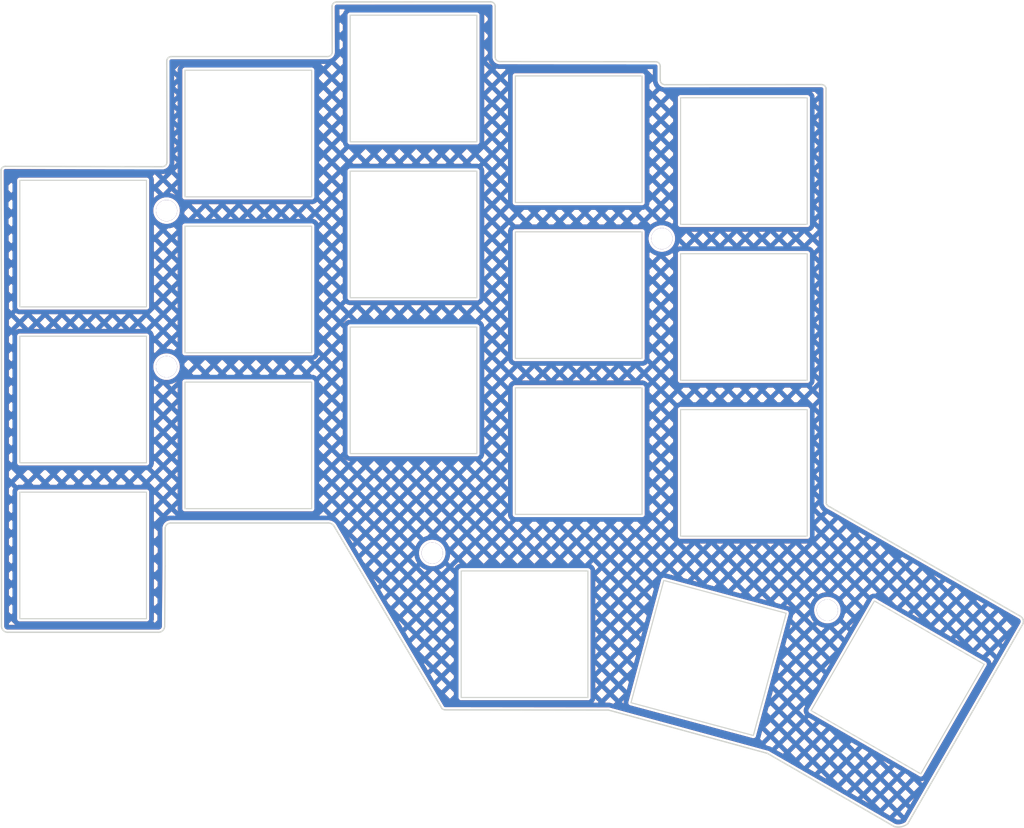
<source format=kicad_pcb>
(kicad_pcb (version 20221018) (generator pcbnew)
  (title_block (title "Chocofi") (date "2023-04-17") (rev "0.2") (company "pashutk & krikun98"))
  (layers (0 "F.Cu" signal) (31 "B.Cu" signal) (34 "B.Paste" user) (35 "F.Paste" user) (36 "B.SilkS" user "B.Silkscreen") (37 "F.SilkS" user "F.Silkscreen") (38 "B.Mask" user) (39 "F.Mask" user) (44 "Edge.Cuts" user))
  (net 0 "")
  (footprint "kbd:SW_Hole_choc" (layer "F.Cu") (at 85.91 70.4)
    (fp_text reference "SW2" hide)
    (fp_text value "SW_PUSH" hide)
    (fp_rect (start -6.9 -6.9) (end 6.9 6.9) (stroke (width 0.12)) (fill none) (layer "Edge.Cuts"))
  )
  (footprint "kbd:SW_Hole_choc" (layer "F.Cu") (at 103.91 58.4)
    (fp_text reference "SW3" hide)
    (fp_text value "SW_PUSH" hide)
    (fp_rect (start -6.9 -6.9) (end 6.9 6.9) (stroke (width 0.12)) (fill none) (layer "Edge.Cuts"))
  )
  (footprint "kbd:SW_Hole_choc" (layer "F.Cu") (at 121.91 52.4)
    (fp_text reference "SW4" hide)
    (fp_text value "SW_PUSH" hide)
    (fp_rect (start -6.9 -6.9) (end 6.9 6.9) (stroke (width 0.12)) (fill none) (layer "Edge.Cuts"))
  )
  (footprint "kbd:SW_Hole_choc" (layer "F.Cu") (at 139.91 59.02)
    (fp_text reference "SW5" hide)
    (fp_text value "SW_PUSH" hide)
    (fp_rect (start -6.9 -6.9) (end 6.9 6.9) (stroke (width 0.12)) (fill none) (layer "Edge.Cuts"))
  )
  (footprint "kbd:SW_Hole_choc" (layer "F.Cu") (at 157.91 61.4)
    (fp_text reference "SW6" hide)
    (fp_text value "SW_PUSH" hide)
    (fp_rect (start -6.9 -6.9) (end 6.9 6.9) (stroke (width 0.12)) (fill none) (layer "Edge.Cuts"))
  )
  (footprint "kbd:SW_Hole_choc" (layer "F.Cu") (at 85.91 87.4)
    (fp_text reference "SW8" hide)
    (fp_text value "SW_PUSH" hide)
    (fp_rect (start -6.9 -6.9) (end 6.9 6.9) (stroke (width 0.12)) (fill none) (layer "Edge.Cuts"))
  )
  (footprint "kbd:SW_Hole_choc" (layer "F.Cu") (at 103.91 75.4)
    (fp_text reference "SW9" hide)
    (fp_text value "SW_PUSH" hide)
    (fp_rect (start -6.9 -6.9) (end 6.9 6.9) (stroke (width 0.12)) (fill none) (layer "Edge.Cuts"))
  )
  (footprint "kbd:SW_Hole_choc" (layer "F.Cu") (at 121.91 69.4)
    (fp_text reference "SW10" hide)
    (fp_text value "SW_PUSH" hide)
    (fp_rect (start -6.9 -6.9) (end 6.9 6.9) (stroke (width 0.12)) (fill none) (layer "Edge.Cuts"))
  )
  (footprint "kbd:SW_Hole_choc" (layer "F.Cu") (at 139.91 76.02)
    (fp_text reference "SW11" hide)
    (fp_text value "SW_PUSH" hide)
    (fp_rect (start -6.9 -6.9) (end 6.9 6.9) (stroke (width 0.12)) (fill none) (layer "Edge.Cuts"))
  )
  (footprint "kbd:SW_Hole_choc" (layer "F.Cu") (at 157.91 78.4)
    (fp_text reference "SW12" hide)
    (fp_text value "SW_PUSH" hide)
    (fp_rect (start -6.9 -6.9) (end 6.9 6.9) (stroke (width 0.12)) (fill none) (layer "Edge.Cuts"))
  )
  (footprint "kbd:SW_Hole_choc" (layer "F.Cu") (at 85.91 104.4)
    (fp_text reference "SW14" hide)
    (fp_text value "SW_PUSH" hide)
    (fp_rect (start -6.9 -6.9) (end 6.9 6.9) (stroke (width 0.12)) (fill none) (layer "Edge.Cuts"))
  )
  (footprint "kbd:SW_Hole_choc" (layer "F.Cu") (at 103.91 92.4)
    (fp_text reference "SW15" hide)
    (fp_text value "SW_PUSH" hide)
    (fp_rect (start -6.9 -6.9) (end 6.9 6.9) (stroke (width 0.12)) (fill none) (layer "Edge.Cuts"))
  )
  (footprint "kbd:SW_Hole_choc" (layer "F.Cu") (at 121.91 86.4)
    (fp_text reference "SW16" hide)
    (fp_text value "SW_PUSH" hide)
    (fp_rect (start -6.9 -6.9) (end 6.9 6.9) (stroke (width 0.12)) (fill none) (layer "Edge.Cuts"))
  )
  (footprint "kbd:SW_Hole_choc" (layer "F.Cu") (at 139.91 93.025)
    (fp_text reference "SW17" hide)
    (fp_text value "SW_PUSH" hide)
    (fp_rect (start -6.9 -6.9) (end 6.9 6.9) (stroke (width 0.12)) (fill none) (layer "Edge.Cuts"))
  )
  (footprint "kbd:SW_Hole_choc" (layer "F.Cu") (at 157.91 95.4)
    (fp_text reference "SW18" hide)
    (fp_text value "SW_PUSH" hide)
    (fp_rect (start -6.9 -6.9) (end 6.9 6.9) (stroke (width 0.12)) (fill none) (layer "Edge.Cuts"))
  )
  (footprint "kbd:SW_Hole_choc" (layer "F.Cu") (at 134.01 112.99 180)
    (fp_text reference "SW19" hide)
    (fp_text value "SW_PUSH" hide)
    (fp_rect (start -6.9 -6.9) (end 6.9 6.9) (stroke (width 0.12)) (fill none) (layer "Edge.Cuts"))
  )
  (footprint "kbd:SW_Hole_choc" (layer "F.Cu") (at 154.06 115.58 165)
    (fp_text reference "SW20" hide)
    (fp_text value "SW_PUSH" hide)
    (fp_rect (start -6.9 -6.9) (end 6.9 6.9) (stroke (width 0.12)) (fill none) (layer "Edge.Cuts"))
  )
  (footprint "kbd:SW_Hole_choc" (layer "F.Cu") (at 174.66 118.79 -120)
    (fp_text reference "SW21" hide)
    (fp_text value "SW_PUSH" hide)
    (fp_rect (start -6.9 -6.9) (end 6.9 6.9) (stroke (width 0.12)) (fill none) (layer "Edge.Cuts"))
  )
  (footprint "kbd:M2_Threads_v2" (layer "F.Cu") (at 95 66.802)
    (fp_text reference "h6" hide)
    (fp_text value "h6" hide)
    (pad "" thru_hole circle (at 0 0) (size 2.3 2.3) (drill 2.3) (layers "*.Cu" "*.Mask"))
  )
  (footprint "kbd:M2_Threads_v2" (layer "F.Cu") (at 148.971 69.85)
    (fp_text reference "h7" hide)
    (fp_text value "h7" hide)
    (pad "" thru_hole circle (at 0 0) (size 2.3 2.3) (drill 2.3) (layers "*.Cu" "*.Mask"))
  )
  (footprint "kbd:M2_Threads_v2" (layer "F.Cu") (at 123.952 104.14)
    (fp_text reference "h4" hide)
    (fp_text value "h4" hide)
    (pad "" thru_hole circle (at 0 0) (size 2.3 2.3) (drill 2.3) (layers "*.Cu" "*.Mask"))
  )
  (footprint "kbd:M2_Threads_v2" (layer "F.Cu") (at 167.005 110.363)
    (fp_text reference "h3" hide)
    (fp_text value "h3" hide)
    (pad "" thru_hole circle (at 0 0) (size 2.3 2.3) (drill 2.3) (layers "*.Cu" "*.Mask"))
  )
  (footprint "kbd:M2_Threads_v2" (layer "F.Cu") (at 95 83.82)
    (fp_text reference "h5" hide)
    (fp_text value "h5" hide)
    (pad "" thru_hole circle (at 0 0) (size 2.3 2.3) (drill 2.3) (layers "*.Cu" "*.Mask"))
  )
  (gr_line (start 94.540847 62.014447) (end 77.4192 61.976) (stroke (width 0.15)) (layer "Edge.Cuts"))
  (gr_line (start 175.768 133.6548) (end 188.304 111.884) (stroke (width 0.15)) (layer "Edge.Cuts"))
  (gr_line (start 160.4772 125.984) (end 174.288668 133.9596) (stroke (width 0.15)) (layer "Edge.Cuts"))
  (gr_line (start 125.3744 121.240811) (end 143.1544 121.2596) (stroke (width 0.15)) (layer "Edge.Cuts"))
  (gr_arc (start 166.360498 53.055) (mid 166.678903 53.165683) (end 166.86 53.45) (stroke (width 0.15)) (layer "Edge.Cuts"))
  (gr_line (start 166.360498 53.055) (end 149.2932 53.06902) (stroke (width 0.15)) (layer "Edge.Cuts"))
  (gr_arc (start 95.040847 61.514447) (mid 94.8944 61.868) (end 94.540847 62.014447) (stroke (width 0.15)) (layer "Edge.Cuts"))
  (gr_arc (start 95.01712 50.50682) (mid 95.163567 50.153267) (end 95.51712 50.00682) (stroke (width 0.15)) (layer "Edge.Cuts"))
  (gr_line (start 130.31 44.0362) (end 113.53 44.049553) (stroke (width 0.15)) (layer "Edge.Cuts"))
  (gr_line (start 130.81 50.0534) (end 130.81 44.5362) (stroke (width 0.15)) (layer "Edge.Cuts"))
  (gr_line (start 148.2932 50.56902) (end 131.31 50.5534) (stroke (width 0.15)) (layer "Edge.Cuts"))
  (gr_line (start 148.7932 52.56902) (end 148.7932 51.06902) (stroke (width 0.15)) (layer "Edge.Cuts"))
  (gr_line (start 95.01712 50.50682) (end 95.040847 61.514447) (stroke (width 0.15)) (layer "Edge.Cuts"))
  (gr_line (start 112.54712 50.00682) (end 95.51712 50.00682) (stroke (width 0.15)) (layer "Edge.Cuts"))
  (gr_line (start 113.03 44.549553) (end 113.04712 49.50682) (stroke (width 0.15)) (layer "Edge.Cuts"))
  (gr_arc (start 113.04712 49.50682) (mid 112.900673 49.860373) (end 112.54712 50.00682) (stroke (width 0.15)) (layer "Edge.Cuts"))
  (gr_arc (start 113.03 44.549553) (mid 113.176447 44.196) (end 113.53 44.049553) (stroke (width 0.15)) (layer "Edge.Cuts"))
  (gr_arc (start 130.31 44.0362) (mid 130.663553 44.182647) (end 130.81 44.5362) (stroke (width 0.15)) (layer "Edge.Cuts"))
  (gr_arc (start 131.31 50.5534) (mid 130.956447 50.406953) (end 130.81 50.0534) (stroke (width 0.15)) (layer "Edge.Cuts"))
  (gr_arc (start 148.2932 50.56902) (mid 148.646753 50.715467) (end 148.7932 51.06902) (stroke (width 0.15)) (layer "Edge.Cuts"))
  (gr_arc (start 149.2932 53.06902) (mid 148.939647 52.922573) (end 148.7932 52.56902) (stroke (width 0.15)) (layer "Edge.Cuts"))
  (gr_line (start 95.4532 100.862652) (end 112.6236 100.862652) (stroke (width 0.15)) (layer "Edge.Cuts"))
  (gr_line (start 94.8436 105.5624) (end 94.8436 101.472252) (stroke (width 0.15)) (layer "Edge.Cuts"))
  (gr_arc (start 112.6236 100.862652) (mid 113.02279 100.980057) (end 113.294857 101.294883) (stroke (width 0.15)) (layer "Edge.Cuts"))
  (gr_arc (start 125.3744 121.240811) (mid 125.184464 121.206306) (end 125.0188 121.1072) (stroke (width 0.15)) (layer "Edge.Cuts"))
  (gr_arc (start 175.768 133.6548) (mid 175.064863 133.984494) (end 174.288668 133.959599) (stroke (width 0.15)) (layer "Edge.Cuts"))
  (gr_line (start 77.0128 93.7768) (end 77.0128 110.744) (stroke (width 0.15)) (layer "Edge.Cuts"))
  (gr_line (start 76.962 62.4332) (end 77.0128 76.708) (stroke (width 0.15)) (layer "Edge.Cuts"))
  (gr_line (start 166.86 53.45) (end 166.89 98.74) (stroke (width 0.15)) (layer "Edge.Cuts"))
  (gr_line (start 94.7928 112.1156) (end 94.8436 105.5624) (stroke (width 0.15)) (layer "Edge.Cuts"))
  (gr_arc (start 94.8436 101.472252) (mid 95.022148 101.0412) (end 95.4532 100.862652) (stroke (width 0.15)) (layer "Edge.Cuts"))
  (gr_arc (start 167.28 99.11) (mid 167.045968 98.966142) (end 166.889999 98.74) (stroke (width 0.15)) (layer "Edge.Cuts"))
  (gr_arc (start 94.7928 112.1156) (mid 94.599373 112.582573) (end 94.1324 112.776) (stroke (width 0.15)) (layer "Edge.Cuts"))
  (gr_line (start 77.0128 112.1156) (end 77.0128 110.744) (stroke (width 0.15)) (layer "Edge.Cuts"))
  (gr_line (start 188.021631 111.020019) (end 167.28 99.11) (stroke (width 0.15)) (layer "Edge.Cuts"))
  (gr_line (start 77.0128 76.708) (end 77.0128 93.7768) (stroke (width 0.15)) (layer "Edge.Cuts"))
  (gr_arc (start 188.021632 111.020019) (mid 188.335826 111.395466) (end 188.304 111.884) (stroke (width 0.15)) (layer "Edge.Cuts"))
  (gr_line (start 113.294857 101.294883) (end 125.0188 121.1072) (stroke (width 0.15)) (layer "Edge.Cuts"))
  (gr_arc (start 76.962 62.4332) (mid 77.095911 62.109911) (end 77.4192 61.976) (stroke (width 0.15)) (layer "Edge.Cuts"))
  (gr_line (start 77.6732 112.776) (end 94.1324 112.776) (stroke (width 0.15)) (layer "Edge.Cuts"))
  (gr_line (start 143.1544 121.2596) (end 160.4772 125.984) (stroke (width 0.15)) (layer "Edge.Cuts"))
  (gr_arc (start 77.6732 112.776) (mid 77.206227 112.582573) (end 77.0128 112.1156) (stroke (width 0.15)) (layer "Edge.Cuts"))
  (zone (net 0) (net_name "") (layers "F&B.Cu") (connect_pads (clearance 0)) (min_thickness 0.25) (fill yes (mode hatch) (thermal_gap 0.5) (thermal_bridge_width 0.5) (island_removal_mode 1) (island_area_min 10) (hatch_thickness 0.5) (hatch_gap 0.8) (hatch_orientation 45) (hatch_border_algorithm hatch_thickness) (hatch_min_hole_area 0.3))
    (polygon (pts (xy 143.159543 121.364717) (arc (start 125.379543 121.345928) (mid 125.189607 121.311423) (end 125.023943 121.212317)) (arc (start 113.3 101.4) (mid 113.027933 101.085174) (end 112.628743 100.967769)) (arc (start 95.458343 100.967769) (mid 95.027315 101.146341) (end 94.848743 101.577369)) (xy 94.797943 110.849117) (arc (start 94.797943 112.220717) (mid 94.604516 112.68769) (end 94.137543 112.881117)) (arc (start 77.678343 112.881117) (mid 77.21137 112.68769) (end 77.017943 112.220717)) (xy 77.017943 110.849117) (xy 77.017943 93.881917) (xy 77.017943 76.813117) (arc (start 76.967143 62.538317) (mid 77.101054 62.215028) (end 77.424343 62.081117)) (arc (start 94.52059 62.125964) (mid 94.87413 61.979504) (end 95.02059 61.625964)) (arc (start 95.022263 50.611937) (mid 95.168704 50.258378) (end 95.522263 50.111937)) (arc (start 112.552263 50.111937) (mid 112.905811 49.965485) (end 113.052263 49.611937)) (arc (start 113.035143 44.65467) (mid 113.181613 44.30114) (end 113.535143 44.15467)) (arc (start 130.315143 44.141317) (mid 130.668696 44.287764) (end 130.815143 44.641317)) (arc (start 130.815143 50.158517) (mid 130.96159 50.51207) (end 131.315143 50.658517)) (arc (start 148.298343 50.674137) (mid 148.651892 50.820588) (end 148.798343 51.174137)) (arc (start 148.798343 52.674137) (mid 148.944786 53.027694) (end 149.298343 53.174137)) (arc (start 166.365641 53.160117) (mid 166.681878 53.272824) (end 166.855543 53.560137)) (arc (start 166.855543 53.560137) (mid 167.035539 53.820139) (end 167.335543 53.920137)) (arc (start 187.625143 53.910117) (mid 187.978696 54.056564) (end 188.125143 54.410117)) (xy 188.219143 112.119117) (arc (start 175.773143 133.759917) (mid 175.070006 134.089606) (end 174.293811 134.064716)) (xy 160.482343 126.089117)))
  )
)
</source>
